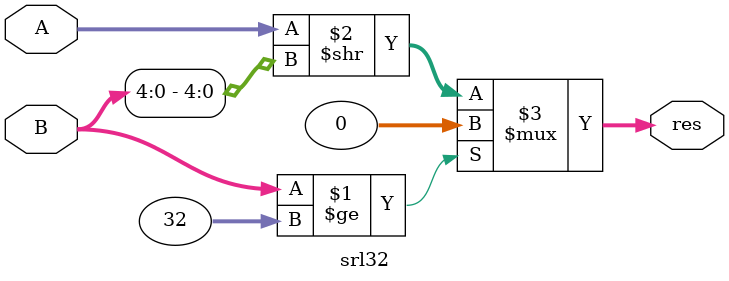
<source format=v>
`timescale 1ns / 1ps
module srl32(input [31:0] A,
				 input [31:0] B,
				 output [31:0] res
				);
	
	
	assign res = (B >= 32)? 0 : A >> B[4:0];

endmodule

</source>
